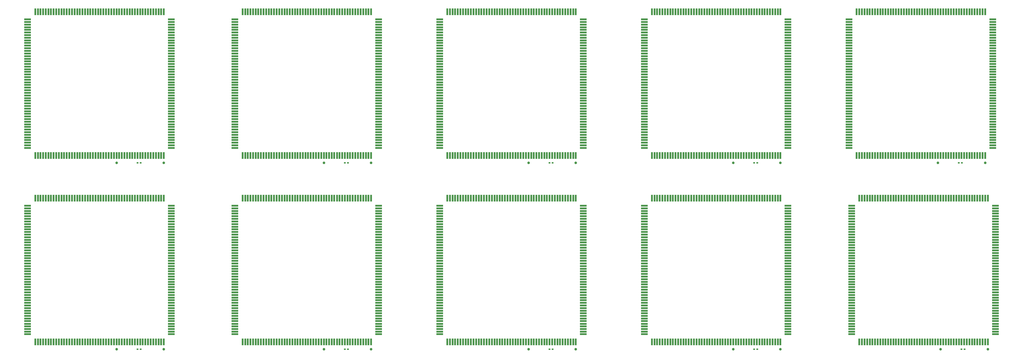
<source format=gtp>
%MOIN*%
%OFA0B0*%
%FSLAX23Y23*%
%IPPOS*%
%LPD*%
%ADD13R,0.09842999999999999X0.02756*%
%ADD14R,0.02756X0.09842999999999999*%
%ADD15C,0.03937*%
%ADD16R,0.0315X0.02362*%
%ADD27R,0.09842999999999999X0.02756*%
%ADD28R,0.02756X0.09842999999999999*%
%ADD29C,0.03937*%
%ADD30R,0.0315X0.02362*%
%ADD31R,0.09842999999999999X0.02756*%
%ADD32R,0.02756X0.09842999999999999*%
%ADD33C,0.03937*%
%ADD34R,0.0315X0.02362*%
%ADD35R,0.09842999999999999X0.02756*%
%ADD36R,0.02756X0.09842999999999999*%
%ADD37C,0.03937*%
%ADD38R,0.0315X0.02362*%
%ADD39R,0.09842999999999999X0.02756*%
%ADD40R,0.02756X0.09842999999999999*%
%ADD41C,0.03937*%
%ADD42R,0.0315X0.02362*%
%ADD43R,0.09842999999999999X0.02756*%
%ADD44R,0.02756X0.09842999999999999*%
%ADD45C,0.03937*%
%ADD46R,0.0315X0.02362*%
%ADD47R,0.09842999999999999X0.02756*%
%ADD48R,0.02756X0.09842999999999999*%
%ADD49C,0.03937*%
%ADD50R,0.0315X0.02362*%
%ADD51R,0.09842999999999999X0.02756*%
%ADD52R,0.02756X0.09842999999999999*%
%ADD53C,0.03937*%
%ADD54R,0.0315X0.02362*%
%ADD55R,0.09842999999999999X0.02756*%
%ADD56R,0.02756X0.09842999999999999*%
%ADD57C,0.03937*%
%ADD58R,0.0315X0.02362*%
%ADD59R,0.09842999999999999X0.02756*%
%ADD60R,0.02756X0.09842999999999999*%
%ADD61C,0.03937*%
%ADD62R,0.0315X0.02362*%
G54D13*
X01811Y01141D02*
X00922Y00866D03*
X00922Y00905D03*
X00922Y00945D03*
X00922Y00984D03*
X00922Y01022D03*
X00922Y01063D03*
X00922Y01102D03*
X00922Y01141D03*
X00922Y01180D03*
X00922Y01219D03*
X00922Y01259D03*
X00922Y01298D03*
X00922Y01336D03*
X00922Y01377D03*
X00922Y01415D03*
X00922Y01455D03*
X00922Y01495D03*
X00922Y01534D03*
X00922Y01574D03*
X00922Y01613D03*
X00922Y01652D03*
X00922Y01692D03*
X00922Y01731D03*
X00922Y01770D03*
X00922Y01810D03*
X00922Y01849D03*
X00922Y01888D03*
X00922Y01928D03*
X00922Y01967D03*
X00922Y02007D03*
X00922Y02045D03*
X00922Y02085D03*
X00922Y02125D03*
X00922Y02164D03*
X00922Y02203D03*
X00922Y02243D03*
X00922Y02282D03*
X00922Y02322D03*
X00922Y02361D03*
X00922Y02400D03*
X00922Y02440D03*
X00922Y02479D03*
X00922Y02518D03*
X00922Y02558D03*
X00922Y02597D03*
X00922Y02637D03*
X00922Y02676D03*
X00922Y02715D03*
X00922Y02755D03*
X03078Y02793D03*
X03078Y02755D03*
X03078Y02715D03*
X03078Y02676D03*
X03078Y02637D03*
X03078Y02597D03*
X03078Y02558D03*
X03078Y02518D03*
X03078Y02479D03*
X03078Y02440D03*
X03078Y02400D03*
X03078Y02361D03*
X03078Y02322D03*
X03078Y02282D03*
X03078Y02243D03*
X03078Y02203D03*
X03078Y02164D03*
X03078Y02125D03*
X03078Y02085D03*
X03078Y02045D03*
X03078Y02007D03*
X03078Y01967D03*
X03078Y01928D03*
X03078Y01888D03*
X03078Y01849D03*
X03078Y01810D03*
X03078Y01770D03*
X03078Y01731D03*
X03078Y01692D03*
X03078Y01652D03*
X03078Y01613D03*
X03078Y01574D03*
X03078Y01534D03*
X03078Y01495D03*
X03078Y01455D03*
X03078Y01415D03*
X03078Y01377D03*
X03078Y01336D03*
X03078Y01298D03*
X03078Y01259D03*
X03078Y01219D03*
X03078Y01180D03*
X03078Y01141D03*
X03078Y01102D03*
X03078Y01063D03*
X03078Y01022D03*
X03078Y00984D03*
X03078Y00945D03*
X03078Y00905D03*
X03078Y00866D03*
X00922Y02793D03*
G54D14*
X02963Y02908D03*
X01036Y00752D03*
X01076Y00752D03*
X01115Y00752D03*
X01154Y00752D03*
X01194Y00752D03*
X01233Y00752D03*
X01272Y00752D03*
X01311Y00752D03*
X01351Y00752D03*
X01390Y00752D03*
X01430Y00752D03*
X01469Y00752D03*
X01509Y00752D03*
X01548Y00752D03*
X01587Y00752D03*
X01627Y00752D03*
X01666Y00752D03*
X01705Y00752D03*
X01745Y00752D03*
X01784Y00752D03*
X01823Y00752D03*
X01862Y00752D03*
X01901Y00752D03*
X01941Y00752D03*
X01980Y00752D03*
X02019Y00752D03*
X02059Y00752D03*
X02098Y00752D03*
X02138Y00752D03*
X02177Y00752D03*
X02216Y00752D03*
X02256Y00752D03*
X02295Y00752D03*
X02334Y00752D03*
X02374Y00752D03*
X02413Y00752D03*
X02453Y00752D03*
X02492Y00752D03*
X02531Y00752D03*
X02571Y00752D03*
X02610Y00752D03*
X02649Y00752D03*
X02689Y00752D03*
X02728Y00752D03*
X02767Y00752D03*
X02807Y00752D03*
X02846Y00752D03*
X02886Y00752D03*
X02925Y00752D03*
X02963Y00752D03*
X02925Y02908D03*
X02886Y02908D03*
X02846Y02908D03*
X02807Y02908D03*
X02767Y02908D03*
X02728Y02908D03*
X02689Y02908D03*
X02649Y02908D03*
X02610Y02908D03*
X02571Y02908D03*
X02531Y02908D03*
X02492Y02908D03*
X02453Y02908D03*
X02413Y02908D03*
X02374Y02908D03*
X02334Y02908D03*
X02295Y02908D03*
X02256Y02908D03*
X02216Y02908D03*
X02177Y02908D03*
X02138Y02908D03*
X02098Y02908D03*
X02059Y02908D03*
X02019Y02908D03*
X01980Y02908D03*
X01941Y02908D03*
X01901Y02908D03*
X01862Y02908D03*
X01823Y02908D03*
X01784Y02908D03*
X01745Y02908D03*
X01705Y02908D03*
X01666Y02908D03*
X01627Y02908D03*
X01587Y02908D03*
X01548Y02908D03*
X01509Y02908D03*
X01469Y02908D03*
X01430Y02908D03*
X01390Y02908D03*
X01351Y02908D03*
X01311Y02908D03*
X01272Y02908D03*
X01233Y02908D03*
X01194Y02908D03*
X01154Y02908D03*
X01115Y02908D03*
X01076Y02908D03*
X01036Y02908D03*
G54D15*
X02963Y00642D03*
X02256Y00642D03*
G54D16*
X02617Y00642D03*
X02570Y00642D03*
G04 next file*
D27*
X01811Y03937D02*
X00922Y03662D03*
X00922Y03701D03*
X00922Y03741D03*
X00922Y03780D03*
X00922Y03818D03*
X00922Y03859D03*
X00922Y03898D03*
X00922Y03937D03*
X00922Y03976D03*
X00922Y04014D03*
X00922Y04054D03*
X00922Y04094D03*
X00922Y04133D03*
X00922Y04173D03*
X00922Y04212D03*
X00922Y04251D03*
X00922Y04291D03*
X00922Y04330D03*
X00922Y04370D03*
X00922Y04409D03*
X00922Y04448D03*
X00922Y04488D03*
X00922Y04527D03*
X00922Y04566D03*
X00922Y04606D03*
X00922Y04645D03*
X00922Y04684D03*
X00922Y04724D03*
X00922Y04763D03*
X00922Y04803D03*
X00922Y04842D03*
X00922Y04881D03*
X00922Y04921D03*
X00922Y04960D03*
X00922Y04999D03*
X00922Y05039D03*
X00922Y05078D03*
X00922Y05118D03*
X00922Y05157D03*
X00922Y05196D03*
X00922Y05236D03*
X00922Y05275D03*
X00922Y05314D03*
X00922Y05354D03*
X00922Y05393D03*
X00922Y05433D03*
X00922Y05472D03*
X00922Y05511D03*
X00922Y05551D03*
X03078Y05590D03*
X03078Y05551D03*
X03078Y05511D03*
X03078Y05472D03*
X03078Y05433D03*
X03078Y05393D03*
X03078Y05354D03*
X03078Y05314D03*
X03078Y05275D03*
X03078Y05236D03*
X03078Y05196D03*
X03078Y05157D03*
X03078Y05118D03*
X03078Y05078D03*
X03078Y05039D03*
X03078Y04999D03*
X03078Y04960D03*
X03078Y04921D03*
X03078Y04881D03*
X03078Y04842D03*
X03078Y04803D03*
X03078Y04763D03*
X03078Y04724D03*
X03078Y04684D03*
X03078Y04645D03*
X03078Y04606D03*
X03078Y04566D03*
X03078Y04527D03*
X03078Y04488D03*
X03078Y04448D03*
X03078Y04409D03*
X03078Y04370D03*
X03078Y04330D03*
X03078Y04291D03*
X03078Y04251D03*
X03078Y04212D03*
X03078Y04173D03*
X03078Y04133D03*
X03078Y04094D03*
X03078Y04054D03*
X03078Y04014D03*
X03078Y03976D03*
X03078Y03937D03*
X03078Y03898D03*
X03078Y03859D03*
X03078Y03818D03*
X03078Y03780D03*
X03078Y03741D03*
X03078Y03701D03*
X03078Y03662D03*
X00922Y05590D03*
D28*
X02963Y05704D03*
X01036Y03548D03*
X01076Y03548D03*
X01115Y03548D03*
X01154Y03548D03*
X01194Y03548D03*
X01233Y03548D03*
X01272Y03548D03*
X01311Y03548D03*
X01351Y03548D03*
X01390Y03548D03*
X01430Y03548D03*
X01469Y03548D03*
X01509Y03548D03*
X01548Y03548D03*
X01587Y03548D03*
X01627Y03548D03*
X01666Y03548D03*
X01705Y03548D03*
X01745Y03548D03*
X01784Y03548D03*
X01823Y03548D03*
X01862Y03548D03*
X01901Y03548D03*
X01941Y03548D03*
X01980Y03548D03*
X02019Y03548D03*
X02059Y03548D03*
X02098Y03548D03*
X02138Y03548D03*
X02177Y03548D03*
X02216Y03548D03*
X02256Y03548D03*
X02295Y03548D03*
X02334Y03548D03*
X02374Y03548D03*
X02413Y03548D03*
X02453Y03548D03*
X02492Y03548D03*
X02531Y03548D03*
X02571Y03548D03*
X02610Y03548D03*
X02649Y03548D03*
X02689Y03548D03*
X02728Y03548D03*
X02767Y03548D03*
X02807Y03548D03*
X02846Y03548D03*
X02886Y03548D03*
X02925Y03548D03*
X02963Y03548D03*
X02925Y05704D03*
X02886Y05704D03*
X02846Y05704D03*
X02807Y05704D03*
X02767Y05704D03*
X02728Y05704D03*
X02689Y05704D03*
X02649Y05704D03*
X02610Y05704D03*
X02571Y05704D03*
X02531Y05704D03*
X02492Y05704D03*
X02453Y05704D03*
X02413Y05704D03*
X02374Y05704D03*
X02334Y05704D03*
X02295Y05704D03*
X02256Y05704D03*
X02216Y05704D03*
X02177Y05704D03*
X02138Y05704D03*
X02098Y05704D03*
X02059Y05704D03*
X02019Y05704D03*
X01980Y05704D03*
X01941Y05704D03*
X01901Y05704D03*
X01862Y05704D03*
X01823Y05704D03*
X01784Y05704D03*
X01745Y05704D03*
X01705Y05704D03*
X01666Y05704D03*
X01627Y05704D03*
X01587Y05704D03*
X01548Y05704D03*
X01509Y05704D03*
X01469Y05704D03*
X01430Y05704D03*
X01390Y05704D03*
X01351Y05704D03*
X01311Y05704D03*
X01272Y05704D03*
X01233Y05704D03*
X01194Y05704D03*
X01154Y05704D03*
X01115Y05704D03*
X01076Y05704D03*
X01036Y05704D03*
D29*
X02963Y03438D03*
X02256Y03438D03*
D30*
X02617Y03438D03*
X02570Y03438D03*
G04 next file*
D31*
X04921Y03937D02*
X04032Y03662D03*
X04032Y03701D03*
X04032Y03741D03*
X04032Y03780D03*
X04032Y03818D03*
X04032Y03859D03*
X04032Y03898D03*
X04032Y03937D03*
X04032Y03976D03*
X04032Y04014D03*
X04032Y04054D03*
X04032Y04094D03*
X04032Y04133D03*
X04032Y04173D03*
X04032Y04212D03*
X04032Y04251D03*
X04032Y04291D03*
X04032Y04330D03*
X04032Y04370D03*
X04032Y04409D03*
X04032Y04448D03*
X04032Y04488D03*
X04032Y04527D03*
X04032Y04566D03*
X04032Y04606D03*
X04032Y04645D03*
X04032Y04684D03*
X04032Y04724D03*
X04032Y04763D03*
X04032Y04803D03*
X04032Y04842D03*
X04032Y04881D03*
X04032Y04921D03*
X04032Y04960D03*
X04032Y04999D03*
X04032Y05039D03*
X04032Y05078D03*
X04032Y05118D03*
X04032Y05157D03*
X04032Y05196D03*
X04032Y05236D03*
X04032Y05275D03*
X04032Y05314D03*
X04032Y05354D03*
X04032Y05393D03*
X04032Y05433D03*
X04032Y05472D03*
X04032Y05511D03*
X04032Y05551D03*
X06188Y05590D03*
X06188Y05551D03*
X06188Y05511D03*
X06188Y05472D03*
X06188Y05433D03*
X06188Y05393D03*
X06188Y05354D03*
X06188Y05314D03*
X06188Y05275D03*
X06188Y05236D03*
X06188Y05196D03*
X06188Y05157D03*
X06188Y05118D03*
X06188Y05078D03*
X06188Y05039D03*
X06188Y04999D03*
X06188Y04960D03*
X06188Y04921D03*
X06188Y04881D03*
X06188Y04842D03*
X06188Y04803D03*
X06188Y04763D03*
X06188Y04724D03*
X06188Y04684D03*
X06188Y04645D03*
X06188Y04606D03*
X06188Y04566D03*
X06188Y04527D03*
X06188Y04488D03*
X06188Y04448D03*
X06188Y04409D03*
X06188Y04370D03*
X06188Y04330D03*
X06188Y04291D03*
X06188Y04251D03*
X06188Y04212D03*
X06188Y04173D03*
X06188Y04133D03*
X06188Y04094D03*
X06188Y04054D03*
X06188Y04014D03*
X06188Y03976D03*
X06188Y03937D03*
X06188Y03898D03*
X06188Y03859D03*
X06188Y03818D03*
X06188Y03780D03*
X06188Y03741D03*
X06188Y03701D03*
X06188Y03662D03*
X04032Y05590D03*
D32*
X06074Y05704D03*
X04146Y03548D03*
X04186Y03548D03*
X04225Y03548D03*
X04264Y03548D03*
X04304Y03548D03*
X04343Y03548D03*
X04382Y03548D03*
X04422Y03548D03*
X04461Y03548D03*
X04501Y03548D03*
X04540Y03548D03*
X04579Y03548D03*
X04619Y03548D03*
X04658Y03548D03*
X04697Y03548D03*
X04737Y03548D03*
X04776Y03548D03*
X04815Y03548D03*
X04855Y03548D03*
X04894Y03548D03*
X04933Y03548D03*
X04972Y03548D03*
X05011Y03548D03*
X05051Y03548D03*
X05090Y03548D03*
X05129Y03548D03*
X05169Y03548D03*
X05208Y03548D03*
X05247Y03548D03*
X05287Y03548D03*
X05326Y03548D03*
X05366Y03548D03*
X05405Y03548D03*
X05443Y03548D03*
X05484Y03548D03*
X05522Y03548D03*
X05563Y03548D03*
X05602Y03548D03*
X05641Y03548D03*
X05680Y03548D03*
X05720Y03548D03*
X05759Y03548D03*
X05799Y03548D03*
X05838Y03548D03*
X05877Y03548D03*
X05917Y03548D03*
X05956Y03548D03*
X05996Y03548D03*
X06035Y03548D03*
X06074Y03548D03*
X06035Y05704D03*
X05996Y05704D03*
X05956Y05704D03*
X05917Y05704D03*
X05877Y05704D03*
X05838Y05704D03*
X05799Y05704D03*
X05759Y05704D03*
X05720Y05704D03*
X05680Y05704D03*
X05641Y05704D03*
X05602Y05704D03*
X05563Y05704D03*
X05522Y05704D03*
X05484Y05704D03*
X05443Y05704D03*
X05405Y05704D03*
X05366Y05704D03*
X05326Y05704D03*
X05287Y05704D03*
X05247Y05704D03*
X05208Y05704D03*
X05169Y05704D03*
X05129Y05704D03*
X05090Y05704D03*
X05051Y05704D03*
X05011Y05704D03*
X04972Y05704D03*
X04933Y05704D03*
X04894Y05704D03*
X04855Y05704D03*
X04815Y05704D03*
X04776Y05704D03*
X04737Y05704D03*
X04697Y05704D03*
X04658Y05704D03*
X04619Y05704D03*
X04579Y05704D03*
X04540Y05704D03*
X04501Y05704D03*
X04461Y05704D03*
X04422Y05704D03*
X04382Y05704D03*
X04343Y05704D03*
X04304Y05704D03*
X04264Y05704D03*
X04225Y05704D03*
X04186Y05704D03*
X04146Y05704D03*
D33*
X06074Y03438D03*
X05366Y03438D03*
D34*
X05727Y03438D03*
X05680Y03438D03*
G04 next file*
D35*
X04921Y01141D02*
X04032Y00866D03*
X04032Y00905D03*
X04032Y00945D03*
X04032Y00984D03*
X04032Y01022D03*
X04032Y01063D03*
X04032Y01102D03*
X04032Y01141D03*
X04032Y01180D03*
X04032Y01219D03*
X04032Y01259D03*
X04032Y01298D03*
X04032Y01336D03*
X04032Y01377D03*
X04032Y01415D03*
X04032Y01455D03*
X04032Y01495D03*
X04032Y01534D03*
X04032Y01574D03*
X04032Y01613D03*
X04032Y01652D03*
X04032Y01692D03*
X04032Y01731D03*
X04032Y01770D03*
X04032Y01810D03*
X04032Y01849D03*
X04032Y01888D03*
X04032Y01928D03*
X04032Y01967D03*
X04032Y02007D03*
X04032Y02045D03*
X04032Y02085D03*
X04032Y02125D03*
X04032Y02164D03*
X04032Y02203D03*
X04032Y02243D03*
X04032Y02282D03*
X04032Y02322D03*
X04032Y02361D03*
X04032Y02400D03*
X04032Y02440D03*
X04032Y02479D03*
X04032Y02518D03*
X04032Y02558D03*
X04032Y02597D03*
X04032Y02637D03*
X04032Y02676D03*
X04032Y02715D03*
X04032Y02755D03*
X06188Y02793D03*
X06188Y02755D03*
X06188Y02715D03*
X06188Y02676D03*
X06188Y02637D03*
X06188Y02597D03*
X06188Y02558D03*
X06188Y02518D03*
X06188Y02479D03*
X06188Y02440D03*
X06188Y02400D03*
X06188Y02361D03*
X06188Y02322D03*
X06188Y02282D03*
X06188Y02243D03*
X06188Y02203D03*
X06188Y02164D03*
X06188Y02125D03*
X06188Y02085D03*
X06188Y02045D03*
X06188Y02007D03*
X06188Y01967D03*
X06188Y01928D03*
X06188Y01888D03*
X06188Y01849D03*
X06188Y01810D03*
X06188Y01770D03*
X06188Y01731D03*
X06188Y01692D03*
X06188Y01652D03*
X06188Y01613D03*
X06188Y01574D03*
X06188Y01534D03*
X06188Y01495D03*
X06188Y01455D03*
X06188Y01415D03*
X06188Y01377D03*
X06188Y01336D03*
X06188Y01298D03*
X06188Y01259D03*
X06188Y01219D03*
X06188Y01180D03*
X06188Y01141D03*
X06188Y01102D03*
X06188Y01063D03*
X06188Y01022D03*
X06188Y00984D03*
X06188Y00945D03*
X06188Y00905D03*
X06188Y00866D03*
X04032Y02793D03*
D36*
X06074Y02908D03*
X04146Y00752D03*
X04186Y00752D03*
X04225Y00752D03*
X04264Y00752D03*
X04304Y00752D03*
X04343Y00752D03*
X04382Y00752D03*
X04422Y00752D03*
X04461Y00752D03*
X04501Y00752D03*
X04540Y00752D03*
X04579Y00752D03*
X04619Y00752D03*
X04658Y00752D03*
X04697Y00752D03*
X04737Y00752D03*
X04776Y00752D03*
X04815Y00752D03*
X04855Y00752D03*
X04894Y00752D03*
X04933Y00752D03*
X04972Y00752D03*
X05011Y00752D03*
X05051Y00752D03*
X05090Y00752D03*
X05129Y00752D03*
X05169Y00752D03*
X05208Y00752D03*
X05247Y00752D03*
X05287Y00752D03*
X05326Y00752D03*
X05366Y00752D03*
X05405Y00752D03*
X05443Y00752D03*
X05484Y00752D03*
X05522Y00752D03*
X05563Y00752D03*
X05602Y00752D03*
X05641Y00752D03*
X05680Y00752D03*
X05720Y00752D03*
X05759Y00752D03*
X05799Y00752D03*
X05838Y00752D03*
X05877Y00752D03*
X05917Y00752D03*
X05956Y00752D03*
X05996Y00752D03*
X06035Y00752D03*
X06074Y00752D03*
X06035Y02908D03*
X05996Y02908D03*
X05956Y02908D03*
X05917Y02908D03*
X05877Y02908D03*
X05838Y02908D03*
X05799Y02908D03*
X05759Y02908D03*
X05720Y02908D03*
X05680Y02908D03*
X05641Y02908D03*
X05602Y02908D03*
X05563Y02908D03*
X05522Y02908D03*
X05484Y02908D03*
X05443Y02908D03*
X05405Y02908D03*
X05366Y02908D03*
X05326Y02908D03*
X05287Y02908D03*
X05247Y02908D03*
X05208Y02908D03*
X05169Y02908D03*
X05129Y02908D03*
X05090Y02908D03*
X05051Y02908D03*
X05011Y02908D03*
X04972Y02908D03*
X04933Y02908D03*
X04894Y02908D03*
X04855Y02908D03*
X04815Y02908D03*
X04776Y02908D03*
X04737Y02908D03*
X04697Y02908D03*
X04658Y02908D03*
X04619Y02908D03*
X04579Y02908D03*
X04540Y02908D03*
X04501Y02908D03*
X04461Y02908D03*
X04422Y02908D03*
X04382Y02908D03*
X04343Y02908D03*
X04304Y02908D03*
X04264Y02908D03*
X04225Y02908D03*
X04186Y02908D03*
X04146Y02908D03*
D37*
X06074Y00642D03*
X05366Y00642D03*
D38*
X05727Y00642D03*
X05680Y00642D03*
G04 next file*
D39*
X07992Y03937D02*
X07103Y03662D03*
X07103Y03701D03*
X07103Y03741D03*
X07103Y03780D03*
X07103Y03818D03*
X07103Y03859D03*
X07103Y03898D03*
X07103Y03937D03*
X07103Y03976D03*
X07103Y04014D03*
X07103Y04054D03*
X07103Y04094D03*
X07103Y04133D03*
X07103Y04173D03*
X07103Y04212D03*
X07103Y04251D03*
X07103Y04291D03*
X07103Y04330D03*
X07103Y04370D03*
X07103Y04409D03*
X07103Y04448D03*
X07103Y04488D03*
X07103Y04527D03*
X07103Y04566D03*
X07103Y04606D03*
X07103Y04645D03*
X07103Y04684D03*
X07103Y04724D03*
X07103Y04763D03*
X07103Y04803D03*
X07103Y04842D03*
X07103Y04881D03*
X07103Y04921D03*
X07103Y04960D03*
X07103Y04999D03*
X07103Y05039D03*
X07103Y05078D03*
X07103Y05118D03*
X07103Y05157D03*
X07103Y05196D03*
X07103Y05236D03*
X07103Y05275D03*
X07103Y05314D03*
X07103Y05354D03*
X07103Y05393D03*
X07103Y05433D03*
X07103Y05472D03*
X07103Y05511D03*
X07103Y05551D03*
X09259Y05590D03*
X09259Y05551D03*
X09259Y05511D03*
X09259Y05472D03*
X09259Y05433D03*
X09259Y05393D03*
X09259Y05354D03*
X09259Y05314D03*
X09259Y05275D03*
X09259Y05236D03*
X09259Y05196D03*
X09259Y05157D03*
X09259Y05118D03*
X09259Y05078D03*
X09259Y05039D03*
X09259Y04999D03*
X09259Y04960D03*
X09259Y04921D03*
X09259Y04881D03*
X09259Y04842D03*
X09259Y04803D03*
X09259Y04763D03*
X09259Y04724D03*
X09259Y04684D03*
X09259Y04645D03*
X09259Y04606D03*
X09259Y04566D03*
X09259Y04527D03*
X09259Y04488D03*
X09259Y04448D03*
X09259Y04409D03*
X09259Y04370D03*
X09259Y04330D03*
X09259Y04291D03*
X09259Y04251D03*
X09259Y04212D03*
X09259Y04173D03*
X09259Y04133D03*
X09259Y04094D03*
X09259Y04054D03*
X09259Y04014D03*
X09259Y03976D03*
X09259Y03937D03*
X09259Y03898D03*
X09259Y03859D03*
X09259Y03818D03*
X09259Y03780D03*
X09259Y03741D03*
X09259Y03701D03*
X09259Y03662D03*
X07103Y05590D03*
D40*
X09145Y05704D03*
X07217Y03548D03*
X07256Y03548D03*
X07296Y03548D03*
X07335Y03548D03*
X07375Y03548D03*
X07414Y03548D03*
X07453Y03548D03*
X07493Y03548D03*
X07532Y03548D03*
X07572Y03548D03*
X07611Y03548D03*
X07650Y03548D03*
X07690Y03548D03*
X07729Y03548D03*
X07768Y03548D03*
X07808Y03548D03*
X07846Y03548D03*
X07886Y03548D03*
X07926Y03548D03*
X07965Y03548D03*
X08004Y03548D03*
X08042Y03548D03*
X08082Y03548D03*
X08122Y03548D03*
X08161Y03548D03*
X08200Y03548D03*
X08240Y03548D03*
X08279Y03548D03*
X08319Y03548D03*
X08358Y03548D03*
X08397Y03548D03*
X08437Y03548D03*
X08476Y03548D03*
X08515Y03548D03*
X08555Y03548D03*
X08594Y03548D03*
X08634Y03548D03*
X08673Y03548D03*
X08712Y03548D03*
X08752Y03548D03*
X08791Y03548D03*
X08830Y03548D03*
X08870Y03548D03*
X08909Y03548D03*
X08948Y03548D03*
X08988Y03548D03*
X09027Y03548D03*
X09067Y03548D03*
X09106Y03548D03*
X09145Y03548D03*
X09106Y05704D03*
X09067Y05704D03*
X09027Y05704D03*
X08988Y05704D03*
X08948Y05704D03*
X08909Y05704D03*
X08870Y05704D03*
X08830Y05704D03*
X08791Y05704D03*
X08752Y05704D03*
X08712Y05704D03*
X08673Y05704D03*
X08634Y05704D03*
X08594Y05704D03*
X08555Y05704D03*
X08515Y05704D03*
X08476Y05704D03*
X08437Y05704D03*
X08397Y05704D03*
X08358Y05704D03*
X08319Y05704D03*
X08279Y05704D03*
X08240Y05704D03*
X08200Y05704D03*
X08161Y05704D03*
X08122Y05704D03*
X08082Y05704D03*
X08042Y05704D03*
X08004Y05704D03*
X07965Y05704D03*
X07926Y05704D03*
X07886Y05704D03*
X07846Y05704D03*
X07808Y05704D03*
X07768Y05704D03*
X07729Y05704D03*
X07690Y05704D03*
X07650Y05704D03*
X07611Y05704D03*
X07572Y05704D03*
X07532Y05704D03*
X07493Y05704D03*
X07453Y05704D03*
X07414Y05704D03*
X07375Y05704D03*
X07335Y05704D03*
X07296Y05704D03*
X07256Y05704D03*
X07217Y05704D03*
D41*
X09145Y03438D03*
X08437Y03438D03*
D42*
X08798Y03438D03*
X08751Y03438D03*
G04 next file*
D43*
X11062Y03937D02*
X10173Y03662D03*
X10173Y03701D03*
X10173Y03741D03*
X10173Y03780D03*
X10173Y03818D03*
X10173Y03859D03*
X10173Y03898D03*
X10173Y03937D03*
X10173Y03976D03*
X10173Y04014D03*
X10173Y04054D03*
X10173Y04094D03*
X10173Y04133D03*
X10173Y04173D03*
X10173Y04212D03*
X10173Y04251D03*
X10173Y04291D03*
X10173Y04330D03*
X10173Y04370D03*
X10173Y04409D03*
X10173Y04448D03*
X10173Y04488D03*
X10173Y04527D03*
X10173Y04566D03*
X10173Y04606D03*
X10173Y04645D03*
X10173Y04684D03*
X10173Y04724D03*
X10173Y04763D03*
X10173Y04803D03*
X10173Y04842D03*
X10173Y04881D03*
X10173Y04921D03*
X10173Y04960D03*
X10173Y04999D03*
X10173Y05039D03*
X10173Y05078D03*
X10173Y05118D03*
X10173Y05157D03*
X10173Y05196D03*
X10173Y05236D03*
X10173Y05275D03*
X10173Y05314D03*
X10173Y05354D03*
X10173Y05393D03*
X10173Y05433D03*
X10173Y05472D03*
X10173Y05511D03*
X10173Y05551D03*
X12329Y05590D03*
X12329Y05551D03*
X12329Y05511D03*
X12329Y05472D03*
X12329Y05433D03*
X12329Y05393D03*
X12329Y05354D03*
X12329Y05314D03*
X12329Y05275D03*
X12329Y05236D03*
X12329Y05196D03*
X12329Y05157D03*
X12329Y05118D03*
X12329Y05078D03*
X12329Y05039D03*
X12329Y04999D03*
X12329Y04960D03*
X12329Y04921D03*
X12329Y04881D03*
X12329Y04842D03*
X12329Y04803D03*
X12329Y04763D03*
X12329Y04724D03*
X12329Y04684D03*
X12329Y04645D03*
X12329Y04606D03*
X12329Y04566D03*
X12329Y04527D03*
X12329Y04488D03*
X12329Y04448D03*
X12329Y04409D03*
X12329Y04370D03*
X12329Y04330D03*
X12329Y04291D03*
X12329Y04251D03*
X12329Y04212D03*
X12329Y04173D03*
X12329Y04133D03*
X12329Y04094D03*
X12329Y04054D03*
X12329Y04014D03*
X12329Y03976D03*
X12329Y03937D03*
X12329Y03898D03*
X12329Y03859D03*
X12329Y03818D03*
X12329Y03780D03*
X12329Y03741D03*
X12329Y03701D03*
X12329Y03662D03*
X10173Y05590D03*
D44*
X12215Y05704D03*
X10287Y03548D03*
X10327Y03548D03*
X10365Y03548D03*
X10405Y03548D03*
X10445Y03548D03*
X10484Y03548D03*
X10523Y03548D03*
X10563Y03548D03*
X10602Y03548D03*
X10642Y03548D03*
X10681Y03548D03*
X10720Y03548D03*
X10760Y03548D03*
X10798Y03548D03*
X10838Y03548D03*
X10878Y03548D03*
X10917Y03548D03*
X10956Y03548D03*
X10996Y03548D03*
X11035Y03548D03*
X11074Y03548D03*
X11113Y03548D03*
X11152Y03548D03*
X11192Y03548D03*
X11231Y03548D03*
X11270Y03548D03*
X11310Y03548D03*
X11349Y03548D03*
X11389Y03548D03*
X11428Y03548D03*
X11467Y03548D03*
X11507Y03548D03*
X11546Y03548D03*
X11585Y03548D03*
X11625Y03548D03*
X11663Y03548D03*
X11704Y03548D03*
X11743Y03548D03*
X11782Y03548D03*
X11822Y03548D03*
X11861Y03548D03*
X11900Y03548D03*
X11940Y03548D03*
X11979Y03548D03*
X12018Y03548D03*
X12058Y03548D03*
X12096Y03548D03*
X12136Y03548D03*
X12176Y03548D03*
X12215Y03548D03*
X12176Y05704D03*
X12136Y05704D03*
X12096Y05704D03*
X12058Y05704D03*
X12018Y05704D03*
X11979Y05704D03*
X11940Y05704D03*
X11900Y05704D03*
X11861Y05704D03*
X11822Y05704D03*
X11782Y05704D03*
X11743Y05704D03*
X11704Y05704D03*
X11663Y05704D03*
X11625Y05704D03*
X11585Y05704D03*
X11546Y05704D03*
X11507Y05704D03*
X11467Y05704D03*
X11428Y05704D03*
X11389Y05704D03*
X11349Y05704D03*
X11310Y05704D03*
X11270Y05704D03*
X11231Y05704D03*
X11192Y05704D03*
X11152Y05704D03*
X11113Y05704D03*
X11074Y05704D03*
X11035Y05704D03*
X10996Y05704D03*
X10956Y05704D03*
X10917Y05704D03*
X10878Y05704D03*
X10838Y05704D03*
X10798Y05704D03*
X10760Y05704D03*
X10720Y05704D03*
X10681Y05704D03*
X10642Y05704D03*
X10602Y05704D03*
X10563Y05704D03*
X10523Y05704D03*
X10484Y05704D03*
X10445Y05704D03*
X10405Y05704D03*
X10365Y05704D03*
X10327Y05704D03*
X10287Y05704D03*
D45*
X12215Y03438D03*
X11507Y03438D03*
D46*
X11868Y03438D03*
X11821Y03438D03*
G04 next file*
D47*
X14133Y03937D02*
X13244Y03662D03*
X13244Y03701D03*
X13244Y03741D03*
X13244Y03780D03*
X13244Y03818D03*
X13244Y03859D03*
X13244Y03898D03*
X13244Y03937D03*
X13244Y03976D03*
X13244Y04014D03*
X13244Y04054D03*
X13244Y04094D03*
X13244Y04133D03*
X13244Y04173D03*
X13244Y04212D03*
X13244Y04251D03*
X13244Y04291D03*
X13244Y04330D03*
X13244Y04370D03*
X13244Y04409D03*
X13244Y04448D03*
X13244Y04488D03*
X13244Y04527D03*
X13244Y04566D03*
X13244Y04606D03*
X13244Y04645D03*
X13244Y04684D03*
X13244Y04724D03*
X13244Y04763D03*
X13244Y04803D03*
X13244Y04842D03*
X13244Y04881D03*
X13244Y04921D03*
X13244Y04960D03*
X13244Y04999D03*
X13244Y05039D03*
X13244Y05078D03*
X13244Y05118D03*
X13244Y05157D03*
X13244Y05196D03*
X13244Y05236D03*
X13244Y05275D03*
X13244Y05314D03*
X13244Y05354D03*
X13244Y05393D03*
X13244Y05433D03*
X13244Y05472D03*
X13244Y05511D03*
X13244Y05551D03*
X15400Y05590D03*
X15400Y05551D03*
X15400Y05511D03*
X15400Y05472D03*
X15400Y05433D03*
X15400Y05393D03*
X15400Y05354D03*
X15400Y05314D03*
X15400Y05275D03*
X15400Y05236D03*
X15400Y05196D03*
X15400Y05157D03*
X15400Y05118D03*
X15400Y05078D03*
X15400Y05039D03*
X15400Y04999D03*
X15400Y04960D03*
X15400Y04921D03*
X15400Y04881D03*
X15400Y04842D03*
X15400Y04803D03*
X15400Y04763D03*
X15400Y04724D03*
X15400Y04684D03*
X15400Y04645D03*
X15400Y04606D03*
X15400Y04566D03*
X15400Y04527D03*
X15400Y04488D03*
X15400Y04448D03*
X15400Y04409D03*
X15400Y04370D03*
X15400Y04330D03*
X15400Y04291D03*
X15400Y04251D03*
X15400Y04212D03*
X15400Y04173D03*
X15400Y04133D03*
X15400Y04094D03*
X15400Y04054D03*
X15400Y04014D03*
X15400Y03976D03*
X15400Y03937D03*
X15400Y03898D03*
X15400Y03859D03*
X15400Y03818D03*
X15400Y03780D03*
X15400Y03741D03*
X15400Y03701D03*
X15400Y03662D03*
X13244Y05590D03*
D48*
X15286Y05704D03*
X13358Y03548D03*
X13398Y03548D03*
X13437Y03548D03*
X13476Y03548D03*
X13516Y03548D03*
X13555Y03548D03*
X13593Y03548D03*
X13634Y03548D03*
X13673Y03548D03*
X13713Y03548D03*
X13752Y03548D03*
X13791Y03548D03*
X13831Y03548D03*
X13870Y03548D03*
X13908Y03548D03*
X13949Y03548D03*
X13988Y03548D03*
X14026Y03548D03*
X14066Y03548D03*
X14106Y03548D03*
X14145Y03548D03*
X14184Y03548D03*
X14223Y03548D03*
X14263Y03548D03*
X14302Y03548D03*
X14341Y03548D03*
X14381Y03548D03*
X14420Y03548D03*
X14460Y03548D03*
X14499Y03548D03*
X14538Y03548D03*
X14578Y03548D03*
X14617Y03548D03*
X14656Y03548D03*
X14696Y03548D03*
X14735Y03548D03*
X14775Y03548D03*
X14814Y03548D03*
X14853Y03548D03*
X14893Y03548D03*
X14931Y03548D03*
X14971Y03548D03*
X15011Y03548D03*
X15050Y03548D03*
X15089Y03548D03*
X15129Y03548D03*
X15168Y03548D03*
X15208Y03548D03*
X15247Y03548D03*
X15286Y03548D03*
X15247Y05704D03*
X15208Y05704D03*
X15168Y05704D03*
X15129Y05704D03*
X15089Y05704D03*
X15050Y05704D03*
X15011Y05704D03*
X14971Y05704D03*
X14931Y05704D03*
X14893Y05704D03*
X14853Y05704D03*
X14814Y05704D03*
X14775Y05704D03*
X14735Y05704D03*
X14696Y05704D03*
X14656Y05704D03*
X14617Y05704D03*
X14578Y05704D03*
X14538Y05704D03*
X14499Y05704D03*
X14460Y05704D03*
X14420Y05704D03*
X14381Y05704D03*
X14341Y05704D03*
X14302Y05704D03*
X14263Y05704D03*
X14223Y05704D03*
X14184Y05704D03*
X14145Y05704D03*
X14106Y05704D03*
X14066Y05704D03*
X14026Y05704D03*
X13988Y05704D03*
X13949Y05704D03*
X13908Y05704D03*
X13870Y05704D03*
X13831Y05704D03*
X13791Y05704D03*
X13752Y05704D03*
X13713Y05704D03*
X13673Y05704D03*
X13634Y05704D03*
X13593Y05704D03*
X13555Y05704D03*
X13516Y05704D03*
X13476Y05704D03*
X13437Y05704D03*
X13398Y05704D03*
X13358Y05704D03*
D49*
X15286Y03438D03*
X14578Y03438D03*
D50*
X14939Y03438D03*
X14891Y03438D03*
G04 next file*
D51*
X07992Y01141D02*
X07103Y00866D03*
X07103Y00905D03*
X07103Y00945D03*
X07103Y00984D03*
X07103Y01022D03*
X07103Y01063D03*
X07103Y01102D03*
X07103Y01141D03*
X07103Y01180D03*
X07103Y01219D03*
X07103Y01259D03*
X07103Y01298D03*
X07103Y01336D03*
X07103Y01377D03*
X07103Y01415D03*
X07103Y01455D03*
X07103Y01495D03*
X07103Y01534D03*
X07103Y01574D03*
X07103Y01613D03*
X07103Y01652D03*
X07103Y01692D03*
X07103Y01731D03*
X07103Y01770D03*
X07103Y01810D03*
X07103Y01849D03*
X07103Y01888D03*
X07103Y01928D03*
X07103Y01967D03*
X07103Y02007D03*
X07103Y02045D03*
X07103Y02085D03*
X07103Y02125D03*
X07103Y02164D03*
X07103Y02203D03*
X07103Y02243D03*
X07103Y02282D03*
X07103Y02322D03*
X07103Y02361D03*
X07103Y02400D03*
X07103Y02440D03*
X07103Y02479D03*
X07103Y02518D03*
X07103Y02558D03*
X07103Y02597D03*
X07103Y02637D03*
X07103Y02676D03*
X07103Y02715D03*
X07103Y02755D03*
X09259Y02793D03*
X09259Y02755D03*
X09259Y02715D03*
X09259Y02676D03*
X09259Y02637D03*
X09259Y02597D03*
X09259Y02558D03*
X09259Y02518D03*
X09259Y02479D03*
X09259Y02440D03*
X09259Y02400D03*
X09259Y02361D03*
X09259Y02322D03*
X09259Y02282D03*
X09259Y02243D03*
X09259Y02203D03*
X09259Y02164D03*
X09259Y02125D03*
X09259Y02085D03*
X09259Y02045D03*
X09259Y02007D03*
X09259Y01967D03*
X09259Y01928D03*
X09259Y01888D03*
X09259Y01849D03*
X09259Y01810D03*
X09259Y01770D03*
X09259Y01731D03*
X09259Y01692D03*
X09259Y01652D03*
X09259Y01613D03*
X09259Y01574D03*
X09259Y01534D03*
X09259Y01495D03*
X09259Y01455D03*
X09259Y01415D03*
X09259Y01377D03*
X09259Y01336D03*
X09259Y01298D03*
X09259Y01259D03*
X09259Y01219D03*
X09259Y01180D03*
X09259Y01141D03*
X09259Y01102D03*
X09259Y01063D03*
X09259Y01022D03*
X09259Y00984D03*
X09259Y00945D03*
X09259Y00905D03*
X09259Y00866D03*
X07103Y02793D03*
D52*
X09145Y02908D03*
X07217Y00752D03*
X07256Y00752D03*
X07296Y00752D03*
X07335Y00752D03*
X07375Y00752D03*
X07414Y00752D03*
X07453Y00752D03*
X07493Y00752D03*
X07532Y00752D03*
X07572Y00752D03*
X07611Y00752D03*
X07650Y00752D03*
X07690Y00752D03*
X07729Y00752D03*
X07768Y00752D03*
X07808Y00752D03*
X07846Y00752D03*
X07886Y00752D03*
X07926Y00752D03*
X07965Y00752D03*
X08004Y00752D03*
X08042Y00752D03*
X08082Y00752D03*
X08122Y00752D03*
X08161Y00752D03*
X08200Y00752D03*
X08240Y00752D03*
X08279Y00752D03*
X08319Y00752D03*
X08358Y00752D03*
X08397Y00752D03*
X08437Y00752D03*
X08476Y00752D03*
X08515Y00752D03*
X08555Y00752D03*
X08594Y00752D03*
X08634Y00752D03*
X08673Y00752D03*
X08712Y00752D03*
X08752Y00752D03*
X08791Y00752D03*
X08830Y00752D03*
X08870Y00752D03*
X08909Y00752D03*
X08948Y00752D03*
X08988Y00752D03*
X09027Y00752D03*
X09067Y00752D03*
X09106Y00752D03*
X09145Y00752D03*
X09106Y02908D03*
X09067Y02908D03*
X09027Y02908D03*
X08988Y02908D03*
X08948Y02908D03*
X08909Y02908D03*
X08870Y02908D03*
X08830Y02908D03*
X08791Y02908D03*
X08752Y02908D03*
X08712Y02908D03*
X08673Y02908D03*
X08634Y02908D03*
X08594Y02908D03*
X08555Y02908D03*
X08515Y02908D03*
X08476Y02908D03*
X08437Y02908D03*
X08397Y02908D03*
X08358Y02908D03*
X08319Y02908D03*
X08279Y02908D03*
X08240Y02908D03*
X08200Y02908D03*
X08161Y02908D03*
X08122Y02908D03*
X08082Y02908D03*
X08042Y02908D03*
X08004Y02908D03*
X07965Y02908D03*
X07926Y02908D03*
X07886Y02908D03*
X07846Y02908D03*
X07808Y02908D03*
X07768Y02908D03*
X07729Y02908D03*
X07690Y02908D03*
X07650Y02908D03*
X07611Y02908D03*
X07572Y02908D03*
X07532Y02908D03*
X07493Y02908D03*
X07453Y02908D03*
X07414Y02908D03*
X07375Y02908D03*
X07335Y02908D03*
X07296Y02908D03*
X07256Y02908D03*
X07217Y02908D03*
D53*
X09145Y00642D03*
X08437Y00642D03*
D54*
X08798Y00642D03*
X08751Y00642D03*
G04 next file*
D55*
X11062Y01141D02*
X10173Y00866D03*
X10173Y00905D03*
X10173Y00945D03*
X10173Y00984D03*
X10173Y01022D03*
X10173Y01063D03*
X10173Y01102D03*
X10173Y01141D03*
X10173Y01180D03*
X10173Y01219D03*
X10173Y01259D03*
X10173Y01298D03*
X10173Y01336D03*
X10173Y01377D03*
X10173Y01415D03*
X10173Y01455D03*
X10173Y01495D03*
X10173Y01534D03*
X10173Y01574D03*
X10173Y01613D03*
X10173Y01652D03*
X10173Y01692D03*
X10173Y01731D03*
X10173Y01770D03*
X10173Y01810D03*
X10173Y01849D03*
X10173Y01888D03*
X10173Y01928D03*
X10173Y01967D03*
X10173Y02007D03*
X10173Y02045D03*
X10173Y02085D03*
X10173Y02125D03*
X10173Y02164D03*
X10173Y02203D03*
X10173Y02243D03*
X10173Y02282D03*
X10173Y02322D03*
X10173Y02361D03*
X10173Y02400D03*
X10173Y02440D03*
X10173Y02479D03*
X10173Y02518D03*
X10173Y02558D03*
X10173Y02597D03*
X10173Y02637D03*
X10173Y02676D03*
X10173Y02715D03*
X10173Y02755D03*
X12329Y02793D03*
X12329Y02755D03*
X12329Y02715D03*
X12329Y02676D03*
X12329Y02637D03*
X12329Y02597D03*
X12329Y02558D03*
X12329Y02518D03*
X12329Y02479D03*
X12329Y02440D03*
X12329Y02400D03*
X12329Y02361D03*
X12329Y02322D03*
X12329Y02282D03*
X12329Y02243D03*
X12329Y02203D03*
X12329Y02164D03*
X12329Y02125D03*
X12329Y02085D03*
X12329Y02045D03*
X12329Y02007D03*
X12329Y01967D03*
X12329Y01928D03*
X12329Y01888D03*
X12329Y01849D03*
X12329Y01810D03*
X12329Y01770D03*
X12329Y01731D03*
X12329Y01692D03*
X12329Y01652D03*
X12329Y01613D03*
X12329Y01574D03*
X12329Y01534D03*
X12329Y01495D03*
X12329Y01455D03*
X12329Y01415D03*
X12329Y01377D03*
X12329Y01336D03*
X12329Y01298D03*
X12329Y01259D03*
X12329Y01219D03*
X12329Y01180D03*
X12329Y01141D03*
X12329Y01102D03*
X12329Y01063D03*
X12329Y01022D03*
X12329Y00984D03*
X12329Y00945D03*
X12329Y00905D03*
X12329Y00866D03*
X10173Y02793D03*
D56*
X12215Y02908D03*
X10287Y00752D03*
X10327Y00752D03*
X10365Y00752D03*
X10405Y00752D03*
X10445Y00752D03*
X10484Y00752D03*
X10523Y00752D03*
X10563Y00752D03*
X10602Y00752D03*
X10642Y00752D03*
X10681Y00752D03*
X10720Y00752D03*
X10760Y00752D03*
X10798Y00752D03*
X10838Y00752D03*
X10878Y00752D03*
X10917Y00752D03*
X10956Y00752D03*
X10996Y00752D03*
X11035Y00752D03*
X11074Y00752D03*
X11113Y00752D03*
X11152Y00752D03*
X11192Y00752D03*
X11231Y00752D03*
X11270Y00752D03*
X11310Y00752D03*
X11349Y00752D03*
X11389Y00752D03*
X11428Y00752D03*
X11467Y00752D03*
X11507Y00752D03*
X11546Y00752D03*
X11585Y00752D03*
X11625Y00752D03*
X11663Y00752D03*
X11704Y00752D03*
X11743Y00752D03*
X11782Y00752D03*
X11822Y00752D03*
X11861Y00752D03*
X11900Y00752D03*
X11940Y00752D03*
X11979Y00752D03*
X12018Y00752D03*
X12058Y00752D03*
X12096Y00752D03*
X12136Y00752D03*
X12176Y00752D03*
X12215Y00752D03*
X12176Y02908D03*
X12136Y02908D03*
X12096Y02908D03*
X12058Y02908D03*
X12018Y02908D03*
X11979Y02908D03*
X11940Y02908D03*
X11900Y02908D03*
X11861Y02908D03*
X11822Y02908D03*
X11782Y02908D03*
X11743Y02908D03*
X11704Y02908D03*
X11663Y02908D03*
X11625Y02908D03*
X11585Y02908D03*
X11546Y02908D03*
X11507Y02908D03*
X11467Y02908D03*
X11428Y02908D03*
X11389Y02908D03*
X11349Y02908D03*
X11310Y02908D03*
X11270Y02908D03*
X11231Y02908D03*
X11192Y02908D03*
X11152Y02908D03*
X11113Y02908D03*
X11074Y02908D03*
X11035Y02908D03*
X10996Y02908D03*
X10956Y02908D03*
X10917Y02908D03*
X10878Y02908D03*
X10838Y02908D03*
X10798Y02908D03*
X10760Y02908D03*
X10720Y02908D03*
X10681Y02908D03*
X10642Y02908D03*
X10602Y02908D03*
X10563Y02908D03*
X10523Y02908D03*
X10484Y02908D03*
X10445Y02908D03*
X10405Y02908D03*
X10365Y02908D03*
X10327Y02908D03*
X10287Y02908D03*
D57*
X12215Y00642D03*
X11507Y00642D03*
D58*
X11868Y00642D03*
X11821Y00642D03*
G04 next file*
D59*
X14173Y01141D02*
X13283Y00866D03*
X13283Y00905D03*
X13283Y00945D03*
X13283Y00984D03*
X13283Y01022D03*
X13283Y01063D03*
X13283Y01102D03*
X13283Y01141D03*
X13283Y01180D03*
X13283Y01219D03*
X13283Y01259D03*
X13283Y01298D03*
X13283Y01336D03*
X13283Y01377D03*
X13283Y01415D03*
X13283Y01455D03*
X13283Y01495D03*
X13283Y01534D03*
X13283Y01574D03*
X13283Y01613D03*
X13283Y01652D03*
X13283Y01692D03*
X13283Y01731D03*
X13283Y01770D03*
X13283Y01810D03*
X13283Y01849D03*
X13283Y01888D03*
X13283Y01928D03*
X13283Y01967D03*
X13283Y02007D03*
X13283Y02045D03*
X13283Y02085D03*
X13283Y02125D03*
X13283Y02164D03*
X13283Y02203D03*
X13283Y02243D03*
X13283Y02282D03*
X13283Y02322D03*
X13283Y02361D03*
X13283Y02400D03*
X13283Y02440D03*
X13283Y02479D03*
X13283Y02518D03*
X13283Y02558D03*
X13283Y02597D03*
X13283Y02637D03*
X13283Y02676D03*
X13283Y02715D03*
X13283Y02755D03*
X15440Y02793D03*
X15440Y02755D03*
X15440Y02715D03*
X15440Y02676D03*
X15440Y02637D03*
X15440Y02597D03*
X15440Y02558D03*
X15440Y02518D03*
X15440Y02479D03*
X15440Y02440D03*
X15440Y02400D03*
X15440Y02361D03*
X15440Y02322D03*
X15440Y02282D03*
X15440Y02243D03*
X15440Y02203D03*
X15440Y02164D03*
X15440Y02125D03*
X15440Y02085D03*
X15440Y02045D03*
X15440Y02007D03*
X15440Y01967D03*
X15440Y01928D03*
X15440Y01888D03*
X15440Y01849D03*
X15440Y01810D03*
X15440Y01770D03*
X15440Y01731D03*
X15440Y01692D03*
X15440Y01652D03*
X15440Y01613D03*
X15440Y01574D03*
X15440Y01534D03*
X15440Y01495D03*
X15440Y01455D03*
X15440Y01415D03*
X15440Y01377D03*
X15440Y01336D03*
X15440Y01298D03*
X15440Y01259D03*
X15440Y01219D03*
X15440Y01180D03*
X15440Y01141D03*
X15440Y01102D03*
X15440Y01063D03*
X15440Y01022D03*
X15440Y00984D03*
X15440Y00945D03*
X15440Y00905D03*
X15440Y00866D03*
X13283Y02793D03*
D60*
X15326Y02908D03*
X13398Y00752D03*
X13438Y00752D03*
X13477Y00752D03*
X13516Y00752D03*
X13556Y00752D03*
X13595Y00752D03*
X13634Y00752D03*
X13674Y00752D03*
X13713Y00752D03*
X13753Y00752D03*
X13792Y00752D03*
X13831Y00752D03*
X13871Y00752D03*
X13910Y00752D03*
X13949Y00752D03*
X13989Y00752D03*
X14028Y00752D03*
X14066Y00752D03*
X14107Y00752D03*
X14146Y00752D03*
X14185Y00752D03*
X14224Y00752D03*
X14263Y00752D03*
X14303Y00752D03*
X14342Y00752D03*
X14381Y00752D03*
X14421Y00752D03*
X14460Y00752D03*
X14499Y00752D03*
X14539Y00752D03*
X14578Y00752D03*
X14618Y00752D03*
X14657Y00752D03*
X14696Y00752D03*
X14736Y00752D03*
X14775Y00752D03*
X14815Y00752D03*
X14854Y00752D03*
X14893Y00752D03*
X14932Y00752D03*
X14972Y00752D03*
X15011Y00752D03*
X15051Y00752D03*
X15090Y00752D03*
X15129Y00752D03*
X15169Y00752D03*
X15208Y00752D03*
X15248Y00752D03*
X15287Y00752D03*
X15326Y00752D03*
X15287Y02908D03*
X15248Y02908D03*
X15208Y02908D03*
X15169Y02908D03*
X15129Y02908D03*
X15090Y02908D03*
X15051Y02908D03*
X15011Y02908D03*
X14972Y02908D03*
X14932Y02908D03*
X14893Y02908D03*
X14854Y02908D03*
X14815Y02908D03*
X14775Y02908D03*
X14736Y02908D03*
X14696Y02908D03*
X14657Y02908D03*
X14618Y02908D03*
X14578Y02908D03*
X14539Y02908D03*
X14499Y02908D03*
X14460Y02908D03*
X14421Y02908D03*
X14381Y02908D03*
X14342Y02908D03*
X14303Y02908D03*
X14263Y02908D03*
X14224Y02908D03*
X14185Y02908D03*
X14146Y02908D03*
X14107Y02908D03*
X14066Y02908D03*
X14028Y02908D03*
X13989Y02908D03*
X13949Y02908D03*
X13910Y02908D03*
X13871Y02908D03*
X13831Y02908D03*
X13792Y02908D03*
X13753Y02908D03*
X13713Y02908D03*
X13674Y02908D03*
X13634Y02908D03*
X13595Y02908D03*
X13556Y02908D03*
X13516Y02908D03*
X13477Y02908D03*
X13438Y02908D03*
X13398Y02908D03*
D61*
X15326Y00642D03*
X14618Y00642D03*
D62*
X14979Y00642D03*
X14931Y00642D03*
M02*
</source>
